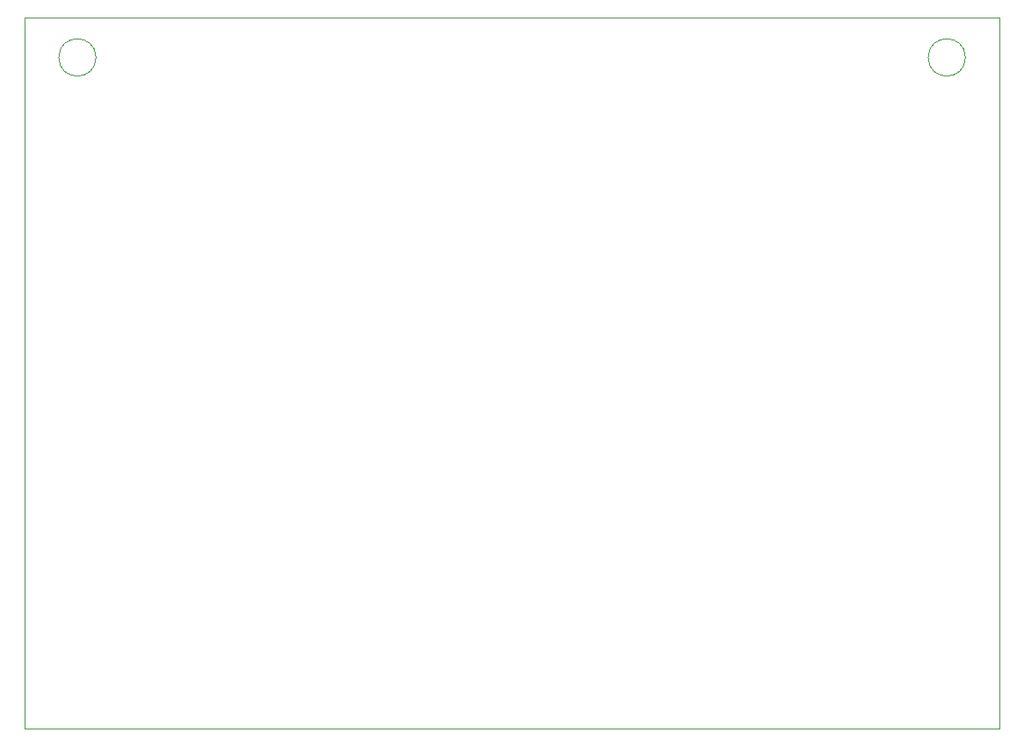
<source format=gbr>
%TF.GenerationSoftware,KiCad,Pcbnew,8.0.8-8.0.8-0~ubuntu24.10.1*%
%TF.CreationDate,2025-03-16T16:58:16+01:00*%
%TF.ProjectId,nimbus_pcb_2,6e696d62-7573-45f7-9063-625f322e6b69,rev?*%
%TF.SameCoordinates,Original*%
%TF.FileFunction,Profile,NP*%
%FSLAX46Y46*%
G04 Gerber Fmt 4.6, Leading zero omitted, Abs format (unit mm)*
G04 Created by KiCad (PCBNEW 8.0.8-8.0.8-0~ubuntu24.10.1) date 2025-03-16 16:58:16*
%MOMM*%
%LPD*%
G01*
G04 APERTURE LIST*
%TA.AperFunction,Profile*%
%ADD10C,0.050000*%
%TD*%
G04 APERTURE END LIST*
D10*
X158006051Y-96520000D02*
G75*
G02*
X154413949Y-96520000I-1796051J0D01*
G01*
X154413949Y-96520000D02*
G75*
G02*
X158006051Y-96520000I1796051J0D01*
G01*
X67310000Y-92710000D02*
X161290000Y-92710000D01*
X161290000Y-161290000D01*
X67310000Y-161290000D01*
X67310000Y-92710000D01*
X74186051Y-96520000D02*
G75*
G02*
X70593949Y-96520000I-1796051J0D01*
G01*
X70593949Y-96520000D02*
G75*
G02*
X74186051Y-96520000I1796051J0D01*
G01*
M02*

</source>
